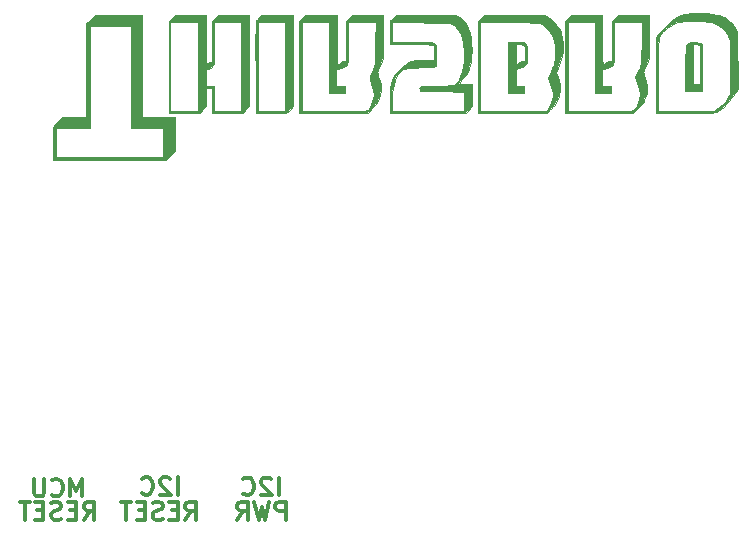
<source format=gbo>
G04 #@! TF.GenerationSoftware,KiCad,Pcbnew,(5.0.0-rc2-dev-340-g7483a73a5)*
G04 #@! TF.CreationDate,2018-06-13T08:56:42+02:00*
G04 #@! TF.ProjectId,AudiA6Main,4175646941364D61696E2E6B69636164,rev?*
G04 #@! TF.SameCoordinates,Original*
G04 #@! TF.FileFunction,Legend,Bot*
G04 #@! TF.FilePolarity,Positive*
%FSLAX46Y46*%
G04 Gerber Fmt 4.6, Leading zero omitted, Abs format (unit mm)*
G04 Created by KiCad (PCBNEW (5.0.0-rc2-dev-340-g7483a73a5)) date 06/13/18 08:56:42*
%MOMM*%
%LPD*%
G01*
G04 APERTURE LIST*
%ADD10C,0.300000*%
%ADD11C,0.010000*%
G04 APERTURE END LIST*
D10*
X77350000Y-171478571D02*
X77350000Y-169978571D01*
X76778571Y-169978571D01*
X76635714Y-170050000D01*
X76564285Y-170121428D01*
X76492857Y-170264285D01*
X76492857Y-170478571D01*
X76564285Y-170621428D01*
X76635714Y-170692857D01*
X76778571Y-170764285D01*
X77350000Y-170764285D01*
X75992857Y-169978571D02*
X75635714Y-171478571D01*
X75350000Y-170407142D01*
X75064285Y-171478571D01*
X74707142Y-169978571D01*
X73278571Y-171478571D02*
X73778571Y-170764285D01*
X74135714Y-171478571D02*
X74135714Y-169978571D01*
X73564285Y-169978571D01*
X73421428Y-170050000D01*
X73350000Y-170121428D01*
X73278571Y-170264285D01*
X73278571Y-170478571D01*
X73350000Y-170621428D01*
X73421428Y-170692857D01*
X73564285Y-170764285D01*
X74135714Y-170764285D01*
X76764285Y-169428571D02*
X76764285Y-167928571D01*
X76121428Y-168071428D02*
X76050000Y-168000000D01*
X75907142Y-167928571D01*
X75550000Y-167928571D01*
X75407142Y-168000000D01*
X75335714Y-168071428D01*
X75264285Y-168214285D01*
X75264285Y-168357142D01*
X75335714Y-168571428D01*
X76192857Y-169428571D01*
X75264285Y-169428571D01*
X73764285Y-169285714D02*
X73835714Y-169357142D01*
X74050000Y-169428571D01*
X74192857Y-169428571D01*
X74407142Y-169357142D01*
X74550000Y-169214285D01*
X74621428Y-169071428D01*
X74692857Y-168785714D01*
X74692857Y-168571428D01*
X74621428Y-168285714D01*
X74550000Y-168142857D01*
X74407142Y-168000000D01*
X74192857Y-167928571D01*
X74050000Y-167928571D01*
X73835714Y-168000000D01*
X73764285Y-168071428D01*
X68214285Y-169378571D02*
X68214285Y-167878571D01*
X67571428Y-168021428D02*
X67500000Y-167950000D01*
X67357142Y-167878571D01*
X67000000Y-167878571D01*
X66857142Y-167950000D01*
X66785714Y-168021428D01*
X66714285Y-168164285D01*
X66714285Y-168307142D01*
X66785714Y-168521428D01*
X67642857Y-169378571D01*
X66714285Y-169378571D01*
X65214285Y-169235714D02*
X65285714Y-169307142D01*
X65500000Y-169378571D01*
X65642857Y-169378571D01*
X65857142Y-169307142D01*
X66000000Y-169164285D01*
X66071428Y-169021428D01*
X66142857Y-168735714D01*
X66142857Y-168521428D01*
X66071428Y-168235714D01*
X66000000Y-168092857D01*
X65857142Y-167950000D01*
X65642857Y-167878571D01*
X65500000Y-167878571D01*
X65285714Y-167950000D01*
X65214285Y-168021428D01*
X68878571Y-171478571D02*
X69378571Y-170764285D01*
X69735714Y-171478571D02*
X69735714Y-169978571D01*
X69164285Y-169978571D01*
X69021428Y-170050000D01*
X68950000Y-170121428D01*
X68878571Y-170264285D01*
X68878571Y-170478571D01*
X68950000Y-170621428D01*
X69021428Y-170692857D01*
X69164285Y-170764285D01*
X69735714Y-170764285D01*
X68235714Y-170692857D02*
X67735714Y-170692857D01*
X67521428Y-171478571D02*
X68235714Y-171478571D01*
X68235714Y-169978571D01*
X67521428Y-169978571D01*
X66950000Y-171407142D02*
X66735714Y-171478571D01*
X66378571Y-171478571D01*
X66235714Y-171407142D01*
X66164285Y-171335714D01*
X66092857Y-171192857D01*
X66092857Y-171050000D01*
X66164285Y-170907142D01*
X66235714Y-170835714D01*
X66378571Y-170764285D01*
X66664285Y-170692857D01*
X66807142Y-170621428D01*
X66878571Y-170550000D01*
X66950000Y-170407142D01*
X66950000Y-170264285D01*
X66878571Y-170121428D01*
X66807142Y-170050000D01*
X66664285Y-169978571D01*
X66307142Y-169978571D01*
X66092857Y-170050000D01*
X65450000Y-170692857D02*
X64950000Y-170692857D01*
X64735714Y-171478571D02*
X65450000Y-171478571D01*
X65450000Y-169978571D01*
X64735714Y-169978571D01*
X64307142Y-169978571D02*
X63450000Y-169978571D01*
X63878571Y-171478571D02*
X63878571Y-169978571D01*
X60278571Y-171478571D02*
X60778571Y-170764285D01*
X61135714Y-171478571D02*
X61135714Y-169978571D01*
X60564285Y-169978571D01*
X60421428Y-170050000D01*
X60350000Y-170121428D01*
X60278571Y-170264285D01*
X60278571Y-170478571D01*
X60350000Y-170621428D01*
X60421428Y-170692857D01*
X60564285Y-170764285D01*
X61135714Y-170764285D01*
X59635714Y-170692857D02*
X59135714Y-170692857D01*
X58921428Y-171478571D02*
X59635714Y-171478571D01*
X59635714Y-169978571D01*
X58921428Y-169978571D01*
X58350000Y-171407142D02*
X58135714Y-171478571D01*
X57778571Y-171478571D01*
X57635714Y-171407142D01*
X57564285Y-171335714D01*
X57492857Y-171192857D01*
X57492857Y-171050000D01*
X57564285Y-170907142D01*
X57635714Y-170835714D01*
X57778571Y-170764285D01*
X58064285Y-170692857D01*
X58207142Y-170621428D01*
X58278571Y-170550000D01*
X58350000Y-170407142D01*
X58350000Y-170264285D01*
X58278571Y-170121428D01*
X58207142Y-170050000D01*
X58064285Y-169978571D01*
X57707142Y-169978571D01*
X57492857Y-170050000D01*
X56850000Y-170692857D02*
X56350000Y-170692857D01*
X56135714Y-171478571D02*
X56850000Y-171478571D01*
X56850000Y-169978571D01*
X56135714Y-169978571D01*
X55707142Y-169978571D02*
X54850000Y-169978571D01*
X55278571Y-171478571D02*
X55278571Y-169978571D01*
X60135714Y-169528571D02*
X60135714Y-168028571D01*
X59635714Y-169100000D01*
X59135714Y-168028571D01*
X59135714Y-169528571D01*
X57564285Y-169385714D02*
X57635714Y-169457142D01*
X57850000Y-169528571D01*
X57992857Y-169528571D01*
X58207142Y-169457142D01*
X58350000Y-169314285D01*
X58421428Y-169171428D01*
X58492857Y-168885714D01*
X58492857Y-168671428D01*
X58421428Y-168385714D01*
X58350000Y-168242857D01*
X58207142Y-168100000D01*
X57992857Y-168028571D01*
X57850000Y-168028571D01*
X57635714Y-168100000D01*
X57564285Y-168171428D01*
X56921428Y-168028571D02*
X56921428Y-169242857D01*
X56850000Y-169385714D01*
X56778571Y-169457142D01*
X56635714Y-169528571D01*
X56350000Y-169528571D01*
X56207142Y-169457142D01*
X56135714Y-169385714D01*
X56064285Y-169242857D01*
X56064285Y-168028571D01*
D11*
G36*
X97543164Y-134768554D02*
X97183496Y-134753979D01*
X96823828Y-134739403D01*
X96823828Y-133370954D01*
X97129856Y-133285871D01*
X97378255Y-133193417D01*
X97572309Y-133061237D01*
X97625950Y-133010722D01*
X97816015Y-132820657D01*
X97816015Y-132106523D01*
X97810546Y-131752025D01*
X97786196Y-131484379D01*
X97731047Y-131291462D01*
X97633185Y-131161151D01*
X97480694Y-131081324D01*
X97261658Y-131039859D01*
X96964160Y-131024632D01*
X96751007Y-131023046D01*
X96178906Y-131023046D01*
X96178906Y-131221484D01*
X96823828Y-131221484D01*
X97110446Y-131221484D01*
X97328666Y-131238084D01*
X97483493Y-131284399D01*
X97507321Y-131298711D01*
X97552654Y-131336204D01*
X97583511Y-131385738D01*
X97602662Y-131465303D01*
X97612876Y-131592890D01*
X97616921Y-131786488D01*
X97617578Y-132015007D01*
X97617578Y-132654076D01*
X97381933Y-132687617D01*
X97149920Y-132756123D01*
X96985058Y-132874021D01*
X96823828Y-133026885D01*
X96823828Y-131221484D01*
X96178906Y-131221484D01*
X96178906Y-135339062D01*
X97572920Y-135339062D01*
X97543164Y-134768554D01*
X97543164Y-134768554D01*
G37*
X97543164Y-134768554D02*
X97183496Y-134753979D01*
X96823828Y-134739403D01*
X96823828Y-133370954D01*
X97129856Y-133285871D01*
X97378255Y-133193417D01*
X97572309Y-133061237D01*
X97625950Y-133010722D01*
X97816015Y-132820657D01*
X97816015Y-132106523D01*
X97810546Y-131752025D01*
X97786196Y-131484379D01*
X97731047Y-131291462D01*
X97633185Y-131161151D01*
X97480694Y-131081324D01*
X97261658Y-131039859D01*
X96964160Y-131024632D01*
X96751007Y-131023046D01*
X96178906Y-131023046D01*
X96178906Y-131221484D01*
X96823828Y-131221484D01*
X97110446Y-131221484D01*
X97328666Y-131238084D01*
X97483493Y-131284399D01*
X97507321Y-131298711D01*
X97552654Y-131336204D01*
X97583511Y-131385738D01*
X97602662Y-131465303D01*
X97612876Y-131592890D01*
X97616921Y-131786488D01*
X97617578Y-132015007D01*
X97617578Y-132654076D01*
X97381933Y-132687617D01*
X97149920Y-132756123D01*
X96985058Y-132874021D01*
X96823828Y-133026885D01*
X96823828Y-131221484D01*
X96178906Y-131221484D01*
X96178906Y-135339062D01*
X97572920Y-135339062D01*
X97543164Y-134768554D01*
G36*
X112649219Y-133301816D02*
X112647989Y-132813595D01*
X112644429Y-132377995D01*
X112638728Y-132003066D01*
X112631078Y-131696854D01*
X112621670Y-131467408D01*
X112610696Y-131322775D01*
X112601056Y-131273798D01*
X112495927Y-131170574D01*
X112321075Y-131092488D01*
X112103844Y-131044107D01*
X111871574Y-131030000D01*
X111651608Y-131054735D01*
X111526970Y-131094331D01*
X111449749Y-131128494D01*
X111386234Y-131163677D01*
X111335089Y-131209280D01*
X111294972Y-131274704D01*
X111264547Y-131369348D01*
X111242474Y-131502613D01*
X111227415Y-131683897D01*
X111218031Y-131922602D01*
X111212982Y-132228127D01*
X111210931Y-132609872D01*
X111210539Y-133077237D01*
X111210547Y-133316116D01*
X111210547Y-134594921D01*
X111855469Y-134594921D01*
X111855469Y-131221484D01*
X112025872Y-131221484D01*
X112186110Y-131236107D01*
X112323528Y-131269866D01*
X112450781Y-131318247D01*
X112450781Y-134594921D01*
X111855469Y-134594921D01*
X111210547Y-134594921D01*
X111210547Y-135239843D01*
X112649219Y-135239843D01*
X112649219Y-133301816D01*
X112649219Y-133301816D01*
G37*
X112649219Y-133301816D02*
X112647989Y-132813595D01*
X112644429Y-132377995D01*
X112638728Y-132003066D01*
X112631078Y-131696854D01*
X112621670Y-131467408D01*
X112610696Y-131322775D01*
X112601056Y-131273798D01*
X112495927Y-131170574D01*
X112321075Y-131092488D01*
X112103844Y-131044107D01*
X111871574Y-131030000D01*
X111651608Y-131054735D01*
X111526970Y-131094331D01*
X111449749Y-131128494D01*
X111386234Y-131163677D01*
X111335089Y-131209280D01*
X111294972Y-131274704D01*
X111264547Y-131369348D01*
X111242474Y-131502613D01*
X111227415Y-131683897D01*
X111218031Y-131922602D01*
X111212982Y-132228127D01*
X111210931Y-132609872D01*
X111210539Y-133077237D01*
X111210547Y-133316116D01*
X111210547Y-134594921D01*
X111855469Y-134594921D01*
X111855469Y-131221484D01*
X112025872Y-131221484D01*
X112186110Y-131236107D01*
X112323528Y-131269866D01*
X112450781Y-131318247D01*
X112450781Y-134594921D01*
X111855469Y-134594921D01*
X111210547Y-134594921D01*
X111210547Y-135239843D01*
X112649219Y-135239843D01*
X112649219Y-133301816D01*
G36*
X103855957Y-137074713D02*
X104378237Y-137074084D01*
X104872869Y-137072519D01*
X105330577Y-137070110D01*
X105742085Y-137066954D01*
X106098114Y-137063145D01*
X106389390Y-137058777D01*
X106606635Y-137053946D01*
X106740573Y-137048745D01*
X106780118Y-137044852D01*
X106854906Y-136997517D01*
X106976693Y-136890697D01*
X107128252Y-136740535D01*
X107282897Y-136573805D01*
X107459072Y-136371669D01*
X107583030Y-136213298D01*
X107671598Y-136071207D01*
X107741608Y-135917909D01*
X107809889Y-135725920D01*
X107818990Y-135698294D01*
X107913299Y-135360773D01*
X107956154Y-135058899D01*
X107946931Y-134761991D01*
X107885007Y-134439369D01*
X107786737Y-134110767D01*
X107710753Y-133874247D01*
X107666383Y-133709490D01*
X107649922Y-133595540D01*
X107657665Y-133511439D01*
X107672688Y-133465845D01*
X107716303Y-133361068D01*
X107787086Y-133193374D01*
X107873085Y-132991026D01*
X107919034Y-132883398D01*
X108109961Y-132436914D01*
X108124089Y-130588964D01*
X108138217Y-128741015D01*
X105530273Y-128744633D01*
X105245019Y-129013523D01*
X104959765Y-129282412D01*
X104959765Y-132654076D01*
X104741060Y-132686873D01*
X104512915Y-132762543D01*
X104384513Y-132863546D01*
X104287995Y-132954701D01*
X104217543Y-133004361D01*
X104206343Y-133007421D01*
X104197850Y-132959501D01*
X104189965Y-132822490D01*
X104182880Y-132606519D01*
X104176786Y-132321715D01*
X104171875Y-131978207D01*
X104168338Y-131586123D01*
X104166367Y-131155593D01*
X104166015Y-130874218D01*
X104166015Y-128741015D01*
X102863769Y-128742085D01*
X101561523Y-128743156D01*
X101040625Y-129244146D01*
X101040625Y-136876953D01*
X101239062Y-136876953D01*
X101239062Y-129385937D01*
X103521094Y-129385937D01*
X103521094Y-135339062D01*
X104910156Y-135339062D01*
X104910156Y-134743750D01*
X104166015Y-134743750D01*
X104166015Y-133359183D01*
X104352051Y-133325366D01*
X104562650Y-133265535D01*
X104774854Y-133170017D01*
X104955980Y-133056306D01*
X105073342Y-132941897D01*
X105076067Y-132937830D01*
X105098305Y-132894534D01*
X105116193Y-132832772D01*
X105130188Y-132742253D01*
X105140753Y-132612682D01*
X105148345Y-132433768D01*
X105153426Y-132195218D01*
X105156455Y-131886740D01*
X105157891Y-131498040D01*
X105158203Y-131099206D01*
X105158203Y-129385937D01*
X107489844Y-129385937D01*
X107489844Y-131089694D01*
X107489719Y-131565508D01*
X107488153Y-131955118D01*
X107483361Y-132271539D01*
X107473557Y-132527786D01*
X107456955Y-132736873D01*
X107431768Y-132911814D01*
X107396211Y-133065625D01*
X107348497Y-133211320D01*
X107286841Y-133361914D01*
X107209457Y-133530420D01*
X107132795Y-133691549D01*
X106960451Y-134053215D01*
X107125919Y-134559713D01*
X107199669Y-134801006D01*
X107263412Y-135037939D01*
X107308311Y-135236221D01*
X107322550Y-135322560D01*
X107325146Y-135579680D01*
X107283001Y-135873194D01*
X107204777Y-136173752D01*
X107099136Y-136452003D01*
X106974741Y-136678596D01*
X106892473Y-136779792D01*
X106868742Y-136800613D01*
X106837294Y-136818227D01*
X106790204Y-136832902D01*
X106719548Y-136844907D01*
X106617404Y-136854509D01*
X106475847Y-136861975D01*
X106286953Y-136867574D01*
X106042799Y-136871573D01*
X105735462Y-136874241D01*
X105357017Y-136875844D01*
X104899541Y-136876650D01*
X104355110Y-136876928D01*
X104017187Y-136876953D01*
X101239062Y-136876953D01*
X101040625Y-136876953D01*
X101040625Y-137075390D01*
X103855957Y-137074713D01*
X103855957Y-137074713D01*
G37*
X103855957Y-137074713D02*
X104378237Y-137074084D01*
X104872869Y-137072519D01*
X105330577Y-137070110D01*
X105742085Y-137066954D01*
X106098114Y-137063145D01*
X106389390Y-137058777D01*
X106606635Y-137053946D01*
X106740573Y-137048745D01*
X106780118Y-137044852D01*
X106854906Y-136997517D01*
X106976693Y-136890697D01*
X107128252Y-136740535D01*
X107282897Y-136573805D01*
X107459072Y-136371669D01*
X107583030Y-136213298D01*
X107671598Y-136071207D01*
X107741608Y-135917909D01*
X107809889Y-135725920D01*
X107818990Y-135698294D01*
X107913299Y-135360773D01*
X107956154Y-135058899D01*
X107946931Y-134761991D01*
X107885007Y-134439369D01*
X107786737Y-134110767D01*
X107710753Y-133874247D01*
X107666383Y-133709490D01*
X107649922Y-133595540D01*
X107657665Y-133511439D01*
X107672688Y-133465845D01*
X107716303Y-133361068D01*
X107787086Y-133193374D01*
X107873085Y-132991026D01*
X107919034Y-132883398D01*
X108109961Y-132436914D01*
X108124089Y-130588964D01*
X108138217Y-128741015D01*
X105530273Y-128744633D01*
X105245019Y-129013523D01*
X104959765Y-129282412D01*
X104959765Y-132654076D01*
X104741060Y-132686873D01*
X104512915Y-132762543D01*
X104384513Y-132863546D01*
X104287995Y-132954701D01*
X104217543Y-133004361D01*
X104206343Y-133007421D01*
X104197850Y-132959501D01*
X104189965Y-132822490D01*
X104182880Y-132606519D01*
X104176786Y-132321715D01*
X104171875Y-131978207D01*
X104168338Y-131586123D01*
X104166367Y-131155593D01*
X104166015Y-130874218D01*
X104166015Y-128741015D01*
X102863769Y-128742085D01*
X101561523Y-128743156D01*
X101040625Y-129244146D01*
X101040625Y-136876953D01*
X101239062Y-136876953D01*
X101239062Y-129385937D01*
X103521094Y-129385937D01*
X103521094Y-135339062D01*
X104910156Y-135339062D01*
X104910156Y-134743750D01*
X104166015Y-134743750D01*
X104166015Y-133359183D01*
X104352051Y-133325366D01*
X104562650Y-133265535D01*
X104774854Y-133170017D01*
X104955980Y-133056306D01*
X105073342Y-132941897D01*
X105076067Y-132937830D01*
X105098305Y-132894534D01*
X105116193Y-132832772D01*
X105130188Y-132742253D01*
X105140753Y-132612682D01*
X105148345Y-132433768D01*
X105153426Y-132195218D01*
X105156455Y-131886740D01*
X105157891Y-131498040D01*
X105158203Y-131099206D01*
X105158203Y-129385937D01*
X107489844Y-129385937D01*
X107489844Y-131089694D01*
X107489719Y-131565508D01*
X107488153Y-131955118D01*
X107483361Y-132271539D01*
X107473557Y-132527786D01*
X107456955Y-132736873D01*
X107431768Y-132911814D01*
X107396211Y-133065625D01*
X107348497Y-133211320D01*
X107286841Y-133361914D01*
X107209457Y-133530420D01*
X107132795Y-133691549D01*
X106960451Y-134053215D01*
X107125919Y-134559713D01*
X107199669Y-134801006D01*
X107263412Y-135037939D01*
X107308311Y-135236221D01*
X107322550Y-135322560D01*
X107325146Y-135579680D01*
X107283001Y-135873194D01*
X107204777Y-136173752D01*
X107099136Y-136452003D01*
X106974741Y-136678596D01*
X106892473Y-136779792D01*
X106868742Y-136800613D01*
X106837294Y-136818227D01*
X106790204Y-136832902D01*
X106719548Y-136844907D01*
X106617404Y-136854509D01*
X106475847Y-136861975D01*
X106286953Y-136867574D01*
X106042799Y-136871573D01*
X105735462Y-136874241D01*
X105357017Y-136875844D01*
X104899541Y-136876650D01*
X104355110Y-136876928D01*
X104017187Y-136876953D01*
X101239062Y-136876953D01*
X101040625Y-136876953D01*
X101040625Y-137075390D01*
X103855957Y-137074713D01*
G36*
X98219774Y-137066006D02*
X98641720Y-137061770D01*
X98975022Y-137055341D01*
X99216710Y-137046753D01*
X99363814Y-137036045D01*
X99403515Y-137029210D01*
X99533089Y-136963724D01*
X99694145Y-136830107D01*
X99896133Y-136620393D01*
X99919850Y-136593917D01*
X100124473Y-136351424D01*
X100274034Y-136136098D01*
X100386119Y-135914579D01*
X100478314Y-135653506D01*
X100546768Y-135404728D01*
X100592479Y-135196235D01*
X100612507Y-135007161D01*
X100604359Y-134815052D01*
X100565545Y-134597458D01*
X100493570Y-134331923D01*
X100392620Y-134016041D01*
X100241378Y-133561184D01*
X100392583Y-133261648D01*
X100612852Y-132750799D01*
X100751419Y-132241825D01*
X100817051Y-131717578D01*
X100827780Y-131155126D01*
X100782592Y-130668842D01*
X100680541Y-130252296D01*
X100559683Y-129969427D01*
X100366617Y-129664233D01*
X100119809Y-129366144D01*
X99846606Y-129104624D01*
X99577148Y-128910766D01*
X99329101Y-128765820D01*
X96774219Y-128754136D01*
X94219336Y-128742453D01*
X93933779Y-129012714D01*
X93648222Y-129282976D01*
X93660927Y-133166781D01*
X93673064Y-136876953D01*
X93847265Y-136876953D01*
X93847265Y-129385937D01*
X96235162Y-129385937D01*
X96880579Y-129387009D01*
X97429246Y-129390261D01*
X97883608Y-129395746D01*
X98246112Y-129403518D01*
X98519202Y-129413630D01*
X98705324Y-129426135D01*
X98806925Y-129441087D01*
X98810804Y-129442187D01*
X99031488Y-129544800D01*
X99271357Y-129717599D01*
X99507542Y-129940904D01*
X99717174Y-130195035D01*
X99763210Y-130261768D01*
X99901446Y-130480298D01*
X100003634Y-130672943D01*
X100075107Y-130861574D01*
X100121201Y-131068063D01*
X100147250Y-131314280D01*
X100158588Y-131622097D01*
X100160634Y-131891211D01*
X100159698Y-132198874D01*
X100154481Y-132429927D01*
X100142487Y-132606962D01*
X100121218Y-132752571D01*
X100088177Y-132889346D01*
X100040867Y-133039881D01*
X100030168Y-133071583D01*
X99943882Y-133305912D01*
X99843003Y-133551145D01*
X99749120Y-133754846D01*
X99747655Y-133757754D01*
X99596444Y-134057303D01*
X99769464Y-134586561D01*
X99867999Y-134898402D01*
X99933748Y-135140678D01*
X99969419Y-135336480D01*
X99977719Y-135508897D01*
X99961355Y-135681018D01*
X99923035Y-135875932D01*
X99921466Y-135882852D01*
X99847425Y-136176458D01*
X99772395Y-136396714D01*
X99685872Y-136569032D01*
X99577354Y-136718824D01*
X99574575Y-136722136D01*
X99444305Y-136876953D01*
X93847265Y-136876953D01*
X93673064Y-136876953D01*
X93673633Y-137050586D01*
X96451758Y-137065188D01*
X97121824Y-137067751D01*
X97712152Y-137068011D01*
X98219774Y-137066006D01*
X98219774Y-137066006D01*
G37*
X98219774Y-137066006D02*
X98641720Y-137061770D01*
X98975022Y-137055341D01*
X99216710Y-137046753D01*
X99363814Y-137036045D01*
X99403515Y-137029210D01*
X99533089Y-136963724D01*
X99694145Y-136830107D01*
X99896133Y-136620393D01*
X99919850Y-136593917D01*
X100124473Y-136351424D01*
X100274034Y-136136098D01*
X100386119Y-135914579D01*
X100478314Y-135653506D01*
X100546768Y-135404728D01*
X100592479Y-135196235D01*
X100612507Y-135007161D01*
X100604359Y-134815052D01*
X100565545Y-134597458D01*
X100493570Y-134331923D01*
X100392620Y-134016041D01*
X100241378Y-133561184D01*
X100392583Y-133261648D01*
X100612852Y-132750799D01*
X100751419Y-132241825D01*
X100817051Y-131717578D01*
X100827780Y-131155126D01*
X100782592Y-130668842D01*
X100680541Y-130252296D01*
X100559683Y-129969427D01*
X100366617Y-129664233D01*
X100119809Y-129366144D01*
X99846606Y-129104624D01*
X99577148Y-128910766D01*
X99329101Y-128765820D01*
X96774219Y-128754136D01*
X94219336Y-128742453D01*
X93933779Y-129012714D01*
X93648222Y-129282976D01*
X93660927Y-133166781D01*
X93673064Y-136876953D01*
X93847265Y-136876953D01*
X93847265Y-129385937D01*
X96235162Y-129385937D01*
X96880579Y-129387009D01*
X97429246Y-129390261D01*
X97883608Y-129395746D01*
X98246112Y-129403518D01*
X98519202Y-129413630D01*
X98705324Y-129426135D01*
X98806925Y-129441087D01*
X98810804Y-129442187D01*
X99031488Y-129544800D01*
X99271357Y-129717599D01*
X99507542Y-129940904D01*
X99717174Y-130195035D01*
X99763210Y-130261768D01*
X99901446Y-130480298D01*
X100003634Y-130672943D01*
X100075107Y-130861574D01*
X100121201Y-131068063D01*
X100147250Y-131314280D01*
X100158588Y-131622097D01*
X100160634Y-131891211D01*
X100159698Y-132198874D01*
X100154481Y-132429927D01*
X100142487Y-132606962D01*
X100121218Y-132752571D01*
X100088177Y-132889346D01*
X100040867Y-133039881D01*
X100030168Y-133071583D01*
X99943882Y-133305912D01*
X99843003Y-133551145D01*
X99749120Y-133754846D01*
X99747655Y-133757754D01*
X99596444Y-134057303D01*
X99769464Y-134586561D01*
X99867999Y-134898402D01*
X99933748Y-135140678D01*
X99969419Y-135336480D01*
X99977719Y-135508897D01*
X99961355Y-135681018D01*
X99923035Y-135875932D01*
X99921466Y-135882852D01*
X99847425Y-136176458D01*
X99772395Y-136396714D01*
X99685872Y-136569032D01*
X99577354Y-136718824D01*
X99574575Y-136722136D01*
X99444305Y-136876953D01*
X93847265Y-136876953D01*
X93673064Y-136876953D01*
X93673633Y-137050586D01*
X96451758Y-137065188D01*
X97121824Y-137067751D01*
X97712152Y-137068011D01*
X98219774Y-137066006D01*
G36*
X93154918Y-136478641D02*
X93141424Y-135549183D01*
X93127929Y-134619726D01*
X92566628Y-134594921D01*
X92005327Y-134570117D01*
X92325032Y-134215414D01*
X92484199Y-134024816D01*
X92631626Y-133823912D01*
X92742777Y-133646940D01*
X92769367Y-133595297D01*
X92912808Y-133208316D01*
X93017091Y-132755839D01*
X93082319Y-132258846D01*
X93108593Y-131738317D01*
X93096015Y-131215232D01*
X93044685Y-130710572D01*
X92954705Y-130245317D01*
X92826177Y-129840447D01*
X92750412Y-129672915D01*
X92617400Y-129465173D01*
X92433696Y-129246223D01*
X92228642Y-129046864D01*
X92031580Y-128897898D01*
X91988135Y-128872745D01*
X91941159Y-128848817D01*
X91891394Y-128828692D01*
X91830171Y-128811984D01*
X91748819Y-128798307D01*
X91638669Y-128787277D01*
X91491052Y-128778507D01*
X91297299Y-128771612D01*
X91048740Y-128766206D01*
X90736705Y-128761904D01*
X90352526Y-128758321D01*
X89887533Y-128755070D01*
X89333057Y-128751765D01*
X89258367Y-128751337D01*
X86728257Y-128736854D01*
X86507120Y-128962177D01*
X86382206Y-129079657D01*
X86277158Y-129161173D01*
X86220870Y-129187500D01*
X86198329Y-129205948D01*
X86182096Y-129268579D01*
X86171611Y-129386316D01*
X86166312Y-129570086D01*
X86165635Y-129830815D01*
X86169019Y-130179427D01*
X86169187Y-130192089D01*
X86182617Y-131196679D01*
X87973402Y-131221484D01*
X88464926Y-131229020D01*
X88865820Y-131236961D01*
X89184675Y-131245732D01*
X89430081Y-131255761D01*
X89610626Y-131267473D01*
X89734902Y-131281294D01*
X89811497Y-131297650D01*
X89846156Y-131314375D01*
X89882291Y-131360635D01*
X89906320Y-131439907D01*
X89920467Y-131569904D01*
X89926952Y-131768333D01*
X89928125Y-131967834D01*
X89928125Y-132553207D01*
X88997949Y-132569474D01*
X88631279Y-132577528D01*
X88344347Y-132591628D01*
X88117677Y-132618352D01*
X87931788Y-132664280D01*
X87767202Y-132735991D01*
X87604442Y-132840062D01*
X87424029Y-132983074D01*
X87206484Y-133171604D01*
X87201087Y-133176353D01*
X86927222Y-133435940D01*
X86705245Y-133693387D01*
X86530225Y-133962697D01*
X86397234Y-134257873D01*
X86301341Y-134592917D01*
X86237617Y-134981833D01*
X86201132Y-135438624D01*
X86186956Y-135977292D01*
X86186478Y-136058398D01*
X86183293Y-136876953D01*
X86345727Y-136876953D01*
X86369268Y-135921972D01*
X86392084Y-135395183D01*
X86434626Y-134953273D01*
X86500448Y-134583231D01*
X86593106Y-134272044D01*
X86716154Y-134006701D01*
X86873148Y-133774189D01*
X86993902Y-133635737D01*
X87109685Y-133517976D01*
X87216142Y-133425535D01*
X87327262Y-133354984D01*
X87457030Y-133302892D01*
X87619434Y-133265828D01*
X87828461Y-133240363D01*
X88098098Y-133223066D01*
X88442332Y-133210505D01*
X88762304Y-133202021D01*
X89094725Y-133193472D01*
X89392119Y-133185220D01*
X89640800Y-133177694D01*
X89827082Y-133171324D01*
X89937276Y-133166539D01*
X89961788Y-133164391D01*
X90022273Y-133105319D01*
X90065791Y-133045483D01*
X90095133Y-132968242D01*
X90113090Y-132856959D01*
X90122453Y-132694994D01*
X90126013Y-132465707D01*
X90126562Y-132182062D01*
X90123736Y-131901240D01*
X90115923Y-131650669D01*
X90104122Y-131449185D01*
X90089331Y-131315623D01*
X90078400Y-131273798D01*
X90003903Y-131199777D01*
X89876172Y-131124008D01*
X89829349Y-131103426D01*
X89760629Y-131080900D01*
X89671868Y-131062899D01*
X89552112Y-131048944D01*
X89390404Y-131038555D01*
X89175789Y-131031253D01*
X88897312Y-131026558D01*
X88544016Y-131023992D01*
X88104946Y-131023075D01*
X87992355Y-131023046D01*
X86356250Y-131023046D01*
X86356250Y-129382387D01*
X88799511Y-129396564D01*
X89354926Y-129399886D01*
X89819974Y-129403118D01*
X90203510Y-129406669D01*
X90514384Y-129410950D01*
X90761450Y-129416368D01*
X90953558Y-129423333D01*
X91099561Y-129432253D01*
X91208312Y-129443538D01*
X91288662Y-129457597D01*
X91349464Y-129474838D01*
X91399569Y-129495670D01*
X91444595Y-129518770D01*
X91723529Y-129722164D01*
X91966997Y-130010204D01*
X92168723Y-130372710D01*
X92322430Y-130799499D01*
X92379689Y-131035628D01*
X92418016Y-131297454D01*
X92443076Y-131628547D01*
X92454770Y-131999836D01*
X92452995Y-132382247D01*
X92437651Y-132746706D01*
X92408637Y-133064142D01*
X92387234Y-133205859D01*
X92290929Y-133609460D01*
X92159608Y-133969288D01*
X92000443Y-134272205D01*
X91820607Y-134505069D01*
X91627276Y-134654742D01*
X91585457Y-134674447D01*
X91507068Y-134697117D01*
X91386360Y-134714648D01*
X91212588Y-134727554D01*
X90975004Y-134736348D01*
X90662862Y-134741540D01*
X90265416Y-134743644D01*
X90131699Y-134743750D01*
X89712668Y-134744381D01*
X89382549Y-134747790D01*
X89131041Y-134756249D01*
X88947837Y-134772031D01*
X88822635Y-134797408D01*
X88745130Y-134834653D01*
X88705017Y-134886038D01*
X88691994Y-134953836D01*
X88695756Y-135040319D01*
X88697614Y-135060031D01*
X88712695Y-135215039D01*
X90585449Y-135228038D01*
X92458203Y-135241036D01*
X92458203Y-136876953D01*
X86345727Y-136876953D01*
X86183293Y-136876953D01*
X86182617Y-137050586D01*
X89407226Y-137058833D01*
X92631836Y-137067081D01*
X93154918Y-136478641D01*
X93154918Y-136478641D01*
G37*
X93154918Y-136478641D02*
X93141424Y-135549183D01*
X93127929Y-134619726D01*
X92566628Y-134594921D01*
X92005327Y-134570117D01*
X92325032Y-134215414D01*
X92484199Y-134024816D01*
X92631626Y-133823912D01*
X92742777Y-133646940D01*
X92769367Y-133595297D01*
X92912808Y-133208316D01*
X93017091Y-132755839D01*
X93082319Y-132258846D01*
X93108593Y-131738317D01*
X93096015Y-131215232D01*
X93044685Y-130710572D01*
X92954705Y-130245317D01*
X92826177Y-129840447D01*
X92750412Y-129672915D01*
X92617400Y-129465173D01*
X92433696Y-129246223D01*
X92228642Y-129046864D01*
X92031580Y-128897898D01*
X91988135Y-128872745D01*
X91941159Y-128848817D01*
X91891394Y-128828692D01*
X91830171Y-128811984D01*
X91748819Y-128798307D01*
X91638669Y-128787277D01*
X91491052Y-128778507D01*
X91297299Y-128771612D01*
X91048740Y-128766206D01*
X90736705Y-128761904D01*
X90352526Y-128758321D01*
X89887533Y-128755070D01*
X89333057Y-128751765D01*
X89258367Y-128751337D01*
X86728257Y-128736854D01*
X86507120Y-128962177D01*
X86382206Y-129079657D01*
X86277158Y-129161173D01*
X86220870Y-129187500D01*
X86198329Y-129205948D01*
X86182096Y-129268579D01*
X86171611Y-129386316D01*
X86166312Y-129570086D01*
X86165635Y-129830815D01*
X86169019Y-130179427D01*
X86169187Y-130192089D01*
X86182617Y-131196679D01*
X87973402Y-131221484D01*
X88464926Y-131229020D01*
X88865820Y-131236961D01*
X89184675Y-131245732D01*
X89430081Y-131255761D01*
X89610626Y-131267473D01*
X89734902Y-131281294D01*
X89811497Y-131297650D01*
X89846156Y-131314375D01*
X89882291Y-131360635D01*
X89906320Y-131439907D01*
X89920467Y-131569904D01*
X89926952Y-131768333D01*
X89928125Y-131967834D01*
X89928125Y-132553207D01*
X88997949Y-132569474D01*
X88631279Y-132577528D01*
X88344347Y-132591628D01*
X88117677Y-132618352D01*
X87931788Y-132664280D01*
X87767202Y-132735991D01*
X87604442Y-132840062D01*
X87424029Y-132983074D01*
X87206484Y-133171604D01*
X87201087Y-133176353D01*
X86927222Y-133435940D01*
X86705245Y-133693387D01*
X86530225Y-133962697D01*
X86397234Y-134257873D01*
X86301341Y-134592917D01*
X86237617Y-134981833D01*
X86201132Y-135438624D01*
X86186956Y-135977292D01*
X86186478Y-136058398D01*
X86183293Y-136876953D01*
X86345727Y-136876953D01*
X86369268Y-135921972D01*
X86392084Y-135395183D01*
X86434626Y-134953273D01*
X86500448Y-134583231D01*
X86593106Y-134272044D01*
X86716154Y-134006701D01*
X86873148Y-133774189D01*
X86993902Y-133635737D01*
X87109685Y-133517976D01*
X87216142Y-133425535D01*
X87327262Y-133354984D01*
X87457030Y-133302892D01*
X87619434Y-133265828D01*
X87828461Y-133240363D01*
X88098098Y-133223066D01*
X88442332Y-133210505D01*
X88762304Y-133202021D01*
X89094725Y-133193472D01*
X89392119Y-133185220D01*
X89640800Y-133177694D01*
X89827082Y-133171324D01*
X89937276Y-133166539D01*
X89961788Y-133164391D01*
X90022273Y-133105319D01*
X90065791Y-133045483D01*
X90095133Y-132968242D01*
X90113090Y-132856959D01*
X90122453Y-132694994D01*
X90126013Y-132465707D01*
X90126562Y-132182062D01*
X90123736Y-131901240D01*
X90115923Y-131650669D01*
X90104122Y-131449185D01*
X90089331Y-131315623D01*
X90078400Y-131273798D01*
X90003903Y-131199777D01*
X89876172Y-131124008D01*
X89829349Y-131103426D01*
X89760629Y-131080900D01*
X89671868Y-131062899D01*
X89552112Y-131048944D01*
X89390404Y-131038555D01*
X89175789Y-131031253D01*
X88897312Y-131026558D01*
X88544016Y-131023992D01*
X88104946Y-131023075D01*
X87992355Y-131023046D01*
X86356250Y-131023046D01*
X86356250Y-129382387D01*
X88799511Y-129396564D01*
X89354926Y-129399886D01*
X89819974Y-129403118D01*
X90203510Y-129406669D01*
X90514384Y-129410950D01*
X90761450Y-129416368D01*
X90953558Y-129423333D01*
X91099561Y-129432253D01*
X91208312Y-129443538D01*
X91288662Y-129457597D01*
X91349464Y-129474838D01*
X91399569Y-129495670D01*
X91444595Y-129518770D01*
X91723529Y-129722164D01*
X91966997Y-130010204D01*
X92168723Y-130372710D01*
X92322430Y-130799499D01*
X92379689Y-131035628D01*
X92418016Y-131297454D01*
X92443076Y-131628547D01*
X92454770Y-131999836D01*
X92452995Y-132382247D01*
X92437651Y-132746706D01*
X92408637Y-133064142D01*
X92387234Y-133205859D01*
X92290929Y-133609460D01*
X92159608Y-133969288D01*
X92000443Y-134272205D01*
X91820607Y-134505069D01*
X91627276Y-134654742D01*
X91585457Y-134674447D01*
X91507068Y-134697117D01*
X91386360Y-134714648D01*
X91212588Y-134727554D01*
X90975004Y-134736348D01*
X90662862Y-134741540D01*
X90265416Y-134743644D01*
X90131699Y-134743750D01*
X89712668Y-134744381D01*
X89382549Y-134747790D01*
X89131041Y-134756249D01*
X88947837Y-134772031D01*
X88822635Y-134797408D01*
X88745130Y-134834653D01*
X88705017Y-134886038D01*
X88691994Y-134953836D01*
X88695756Y-135040319D01*
X88697614Y-135060031D01*
X88712695Y-135215039D01*
X90585449Y-135228038D01*
X92458203Y-135241036D01*
X92458203Y-136876953D01*
X86345727Y-136876953D01*
X86183293Y-136876953D01*
X86182617Y-137050586D01*
X89407226Y-137058833D01*
X92631836Y-137067081D01*
X93154918Y-136478641D01*
G36*
X81422063Y-137064149D02*
X84326158Y-137050586D01*
X84698691Y-136653711D01*
X84958604Y-136351740D01*
X85149368Y-136064937D01*
X85289174Y-135761400D01*
X85386472Y-135447523D01*
X85435179Y-135230341D01*
X85456378Y-135038083D01*
X85447916Y-134844857D01*
X85407637Y-134624769D01*
X85333389Y-134351929D01*
X85281248Y-134182533D01*
X85202898Y-133926572D01*
X85154360Y-133745224D01*
X85132250Y-133619598D01*
X85133184Y-133530806D01*
X85152406Y-133463197D01*
X85196047Y-133359574D01*
X85266588Y-133192773D01*
X85352122Y-132990932D01*
X85397753Y-132883398D01*
X85587304Y-132436914D01*
X85601432Y-130588964D01*
X85615560Y-128741015D01*
X84311589Y-128742085D01*
X83007617Y-128743156D01*
X82747816Y-128993033D01*
X82488014Y-129242910D01*
X82474964Y-130938794D01*
X82461914Y-132634677D01*
X82229270Y-132684624D01*
X82011041Y-132764708D01*
X81844798Y-132880277D01*
X81692969Y-133025984D01*
X81692969Y-128741015D01*
X80365918Y-128742085D01*
X79038867Y-128743156D01*
X78517969Y-129244146D01*
X78517969Y-136876953D01*
X78716406Y-136876953D01*
X78716406Y-129385937D01*
X80998437Y-129385937D01*
X80998437Y-135339062D01*
X82387500Y-135339062D01*
X82387500Y-134743750D01*
X81643359Y-134743750D01*
X81643359Y-133365729D01*
X81826654Y-133331343D01*
X82021054Y-133275173D01*
X82226526Y-133184976D01*
X82409930Y-133078143D01*
X82538129Y-132972066D01*
X82557679Y-132947688D01*
X82578795Y-132906405D01*
X82595802Y-132842441D01*
X82609125Y-132745777D01*
X82619189Y-132606393D01*
X82626419Y-132414269D01*
X82631240Y-132159387D01*
X82634076Y-131831727D01*
X82635352Y-131421270D01*
X82635547Y-131111227D01*
X82635547Y-129385937D01*
X84970762Y-129385937D01*
X84956573Y-131159472D01*
X84942383Y-132933007D01*
X84752831Y-133379492D01*
X84664191Y-133588479D01*
X84584425Y-133776900D01*
X84525458Y-133916571D01*
X84507231Y-133959963D01*
X84485856Y-134036296D01*
X84487162Y-134129287D01*
X84514921Y-134260513D01*
X84572908Y-134451548D01*
X84615717Y-134580080D01*
X84690109Y-134820109D01*
X84752758Y-135059465D01*
X84794524Y-135261476D01*
X84804906Y-135339062D01*
X84803588Y-135570935D01*
X84766771Y-135834275D01*
X84701717Y-136106566D01*
X84615685Y-136365289D01*
X84515936Y-136587930D01*
X84409731Y-136751971D01*
X84325594Y-136825562D01*
X84250919Y-136838241D01*
X84078438Y-136849173D01*
X83809551Y-136858333D01*
X83445655Y-136865696D01*
X82988150Y-136871237D01*
X82438433Y-136874930D01*
X81797903Y-136876751D01*
X81472988Y-136876953D01*
X78716406Y-136876953D01*
X78517969Y-136876953D01*
X78517969Y-137077713D01*
X81422063Y-137064149D01*
X81422063Y-137064149D01*
G37*
X81422063Y-137064149D02*
X84326158Y-137050586D01*
X84698691Y-136653711D01*
X84958604Y-136351740D01*
X85149368Y-136064937D01*
X85289174Y-135761400D01*
X85386472Y-135447523D01*
X85435179Y-135230341D01*
X85456378Y-135038083D01*
X85447916Y-134844857D01*
X85407637Y-134624769D01*
X85333389Y-134351929D01*
X85281248Y-134182533D01*
X85202898Y-133926572D01*
X85154360Y-133745224D01*
X85132250Y-133619598D01*
X85133184Y-133530806D01*
X85152406Y-133463197D01*
X85196047Y-133359574D01*
X85266588Y-133192773D01*
X85352122Y-132990932D01*
X85397753Y-132883398D01*
X85587304Y-132436914D01*
X85601432Y-130588964D01*
X85615560Y-128741015D01*
X84311589Y-128742085D01*
X83007617Y-128743156D01*
X82747816Y-128993033D01*
X82488014Y-129242910D01*
X82474964Y-130938794D01*
X82461914Y-132634677D01*
X82229270Y-132684624D01*
X82011041Y-132764708D01*
X81844798Y-132880277D01*
X81692969Y-133025984D01*
X81692969Y-128741015D01*
X80365918Y-128742085D01*
X79038867Y-128743156D01*
X78517969Y-129244146D01*
X78517969Y-136876953D01*
X78716406Y-136876953D01*
X78716406Y-129385937D01*
X80998437Y-129385937D01*
X80998437Y-135339062D01*
X82387500Y-135339062D01*
X82387500Y-134743750D01*
X81643359Y-134743750D01*
X81643359Y-133365729D01*
X81826654Y-133331343D01*
X82021054Y-133275173D01*
X82226526Y-133184976D01*
X82409930Y-133078143D01*
X82538129Y-132972066D01*
X82557679Y-132947688D01*
X82578795Y-132906405D01*
X82595802Y-132842441D01*
X82609125Y-132745777D01*
X82619189Y-132606393D01*
X82626419Y-132414269D01*
X82631240Y-132159387D01*
X82634076Y-131831727D01*
X82635352Y-131421270D01*
X82635547Y-131111227D01*
X82635547Y-129385937D01*
X84970762Y-129385937D01*
X84956573Y-131159472D01*
X84942383Y-132933007D01*
X84752831Y-133379492D01*
X84664191Y-133588479D01*
X84584425Y-133776900D01*
X84525458Y-133916571D01*
X84507231Y-133959963D01*
X84485856Y-134036296D01*
X84487162Y-134129287D01*
X84514921Y-134260513D01*
X84572908Y-134451548D01*
X84615717Y-134580080D01*
X84690109Y-134820109D01*
X84752758Y-135059465D01*
X84794524Y-135261476D01*
X84804906Y-135339062D01*
X84803588Y-135570935D01*
X84766771Y-135834275D01*
X84701717Y-136106566D01*
X84615685Y-136365289D01*
X84515936Y-136587930D01*
X84409731Y-136751971D01*
X84325594Y-136825562D01*
X84250919Y-136838241D01*
X84078438Y-136849173D01*
X83809551Y-136858333D01*
X83445655Y-136865696D01*
X82988150Y-136871237D01*
X82438433Y-136874930D01*
X81797903Y-136876751D01*
X81472988Y-136876953D01*
X78716406Y-136876953D01*
X78517969Y-136876953D01*
X78517969Y-137077713D01*
X81422063Y-137064149D01*
G36*
X77698989Y-136790963D02*
X77968648Y-136504882D01*
X77970456Y-132622949D01*
X77972265Y-128741015D01*
X75363627Y-128741015D01*
X75144531Y-128964257D01*
X75020245Y-129081123D01*
X74915969Y-129161934D01*
X74861052Y-129187500D01*
X74849027Y-129203282D01*
X74838649Y-129254431D01*
X74829841Y-129346647D01*
X74822529Y-129485634D01*
X74816637Y-129677092D01*
X74812091Y-129926725D01*
X74808817Y-130240233D01*
X74806738Y-130623319D01*
X74805780Y-131081684D01*
X74805868Y-131621032D01*
X74806927Y-132247063D01*
X74808883Y-132965479D01*
X74809369Y-133119043D01*
X74821509Y-136876953D01*
X74995703Y-136876953D01*
X74995703Y-129385937D01*
X77327344Y-129385937D01*
X77327344Y-136876953D01*
X74995703Y-136876953D01*
X74821509Y-136876953D01*
X74822070Y-137050586D01*
X76125700Y-137063814D01*
X77429330Y-137077043D01*
X77698989Y-136790963D01*
X77698989Y-136790963D01*
G37*
X77698989Y-136790963D02*
X77968648Y-136504882D01*
X77970456Y-132622949D01*
X77972265Y-128741015D01*
X75363627Y-128741015D01*
X75144531Y-128964257D01*
X75020245Y-129081123D01*
X74915969Y-129161934D01*
X74861052Y-129187500D01*
X74849027Y-129203282D01*
X74838649Y-129254431D01*
X74829841Y-129346647D01*
X74822529Y-129485634D01*
X74816637Y-129677092D01*
X74812091Y-129926725D01*
X74808817Y-130240233D01*
X74806738Y-130623319D01*
X74805780Y-131081684D01*
X74805868Y-131621032D01*
X74806927Y-132247063D01*
X74808883Y-132965479D01*
X74809369Y-133119043D01*
X74821509Y-136876953D01*
X74995703Y-136876953D01*
X74995703Y-129385937D01*
X77327344Y-129385937D01*
X77327344Y-136876953D01*
X74995703Y-136876953D01*
X74821509Y-136876953D01*
X74822070Y-137050586D01*
X76125700Y-137063814D01*
X77429330Y-137077043D01*
X77698989Y-136790963D01*
G36*
X69209056Y-137074475D02*
X69533677Y-137071432D01*
X69777695Y-137065816D01*
X69950411Y-137057182D01*
X70061126Y-137045086D01*
X70119140Y-137029083D01*
X70133984Y-137011305D01*
X70167236Y-136945125D01*
X70253791Y-136836980D01*
X70357226Y-136728125D01*
X70580469Y-136509029D01*
X70580469Y-134942187D01*
X71126172Y-134942187D01*
X71126172Y-137075390D01*
X72465625Y-137075390D01*
X72880150Y-137074475D01*
X73204771Y-137071432D01*
X73448789Y-137065816D01*
X73621505Y-137057182D01*
X73732220Y-137045086D01*
X73790234Y-137029083D01*
X73805078Y-137011305D01*
X73838330Y-136945125D01*
X73924884Y-136836980D01*
X74028320Y-136728125D01*
X74251562Y-136509029D01*
X74251562Y-128741015D01*
X72949316Y-128742085D01*
X71647070Y-128743156D01*
X71126172Y-129244146D01*
X71126172Y-132709765D01*
X71016912Y-132709765D01*
X70915883Y-132743002D01*
X70790992Y-132826585D01*
X70744061Y-132868325D01*
X70580469Y-133026885D01*
X70580469Y-128741015D01*
X69278222Y-128742085D01*
X67975976Y-128743156D01*
X67455078Y-129244146D01*
X67455078Y-136876953D01*
X67603906Y-136876953D01*
X67603906Y-129385937D01*
X69935547Y-129385937D01*
X69935547Y-134739403D01*
X70580469Y-134739403D01*
X70580469Y-133366466D01*
X70793263Y-133312884D01*
X71029508Y-133208373D01*
X71197179Y-133033388D01*
X71276184Y-132854462D01*
X71288187Y-132763458D01*
X71299033Y-132585737D01*
X71308390Y-132333799D01*
X71315925Y-132020142D01*
X71321306Y-131657266D01*
X71324198Y-131257668D01*
X71324609Y-131035776D01*
X71324609Y-129385937D01*
X73606640Y-129385937D01*
X73606640Y-136876953D01*
X71326582Y-136876953D01*
X71313193Y-135822754D01*
X71299804Y-134768554D01*
X70940136Y-134753979D01*
X70580469Y-134739403D01*
X69935547Y-134739403D01*
X69935547Y-136876953D01*
X67603906Y-136876953D01*
X67455078Y-136876953D01*
X67455078Y-137075390D01*
X68794531Y-137075390D01*
X69209056Y-137074475D01*
X69209056Y-137074475D01*
G37*
X69209056Y-137074475D02*
X69533677Y-137071432D01*
X69777695Y-137065816D01*
X69950411Y-137057182D01*
X70061126Y-137045086D01*
X70119140Y-137029083D01*
X70133984Y-137011305D01*
X70167236Y-136945125D01*
X70253791Y-136836980D01*
X70357226Y-136728125D01*
X70580469Y-136509029D01*
X70580469Y-134942187D01*
X71126172Y-134942187D01*
X71126172Y-137075390D01*
X72465625Y-137075390D01*
X72880150Y-137074475D01*
X73204771Y-137071432D01*
X73448789Y-137065816D01*
X73621505Y-137057182D01*
X73732220Y-137045086D01*
X73790234Y-137029083D01*
X73805078Y-137011305D01*
X73838330Y-136945125D01*
X73924884Y-136836980D01*
X74028320Y-136728125D01*
X74251562Y-136509029D01*
X74251562Y-128741015D01*
X72949316Y-128742085D01*
X71647070Y-128743156D01*
X71126172Y-129244146D01*
X71126172Y-132709765D01*
X71016912Y-132709765D01*
X70915883Y-132743002D01*
X70790992Y-132826585D01*
X70744061Y-132868325D01*
X70580469Y-133026885D01*
X70580469Y-128741015D01*
X69278222Y-128742085D01*
X67975976Y-128743156D01*
X67455078Y-129244146D01*
X67455078Y-136876953D01*
X67603906Y-136876953D01*
X67603906Y-129385937D01*
X69935547Y-129385937D01*
X69935547Y-134739403D01*
X70580469Y-134739403D01*
X70580469Y-133366466D01*
X70793263Y-133312884D01*
X71029508Y-133208373D01*
X71197179Y-133033388D01*
X71276184Y-132854462D01*
X71288187Y-132763458D01*
X71299033Y-132585737D01*
X71308390Y-132333799D01*
X71315925Y-132020142D01*
X71321306Y-131657266D01*
X71324198Y-131257668D01*
X71324609Y-131035776D01*
X71324609Y-129385937D01*
X73606640Y-129385937D01*
X73606640Y-136876953D01*
X71326582Y-136876953D01*
X71313193Y-135822754D01*
X71299804Y-134768554D01*
X70940136Y-134753979D01*
X70580469Y-134739403D01*
X69935547Y-134739403D01*
X69935547Y-136876953D01*
X67603906Y-136876953D01*
X67455078Y-136876953D01*
X67455078Y-137075390D01*
X68794531Y-137075390D01*
X69209056Y-137074475D01*
G36*
X63317562Y-141043920D02*
X64046835Y-141043216D01*
X64687026Y-141041961D01*
X65243205Y-141040087D01*
X65720440Y-141037529D01*
X66123798Y-141034219D01*
X66458349Y-141030090D01*
X66729161Y-141025076D01*
X66941302Y-141019110D01*
X67099840Y-141012125D01*
X67209845Y-141004054D01*
X67276384Y-140994831D01*
X67304525Y-140984388D01*
X67306250Y-140980695D01*
X67339578Y-140919657D01*
X67428820Y-140809520D01*
X67557864Y-140669426D01*
X67628711Y-140597656D01*
X67951172Y-140278061D01*
X67951172Y-137422656D01*
X65173047Y-137422656D01*
X65173047Y-128741015D01*
X61275605Y-128741015D01*
X60979501Y-129043033D01*
X60829477Y-129188051D01*
X60692004Y-129306992D01*
X60591039Y-129379528D01*
X60571777Y-129389071D01*
X60460156Y-129433091D01*
X60460156Y-137422656D01*
X58448110Y-137422656D01*
X58128515Y-137745117D01*
X57980877Y-137887463D01*
X57854072Y-137997689D01*
X57767239Y-138059684D01*
X57745476Y-138067578D01*
X57726716Y-138087023D01*
X57711812Y-138151193D01*
X57700391Y-138268844D01*
X57695938Y-138365234D01*
X57928314Y-138365234D01*
X60757812Y-138365234D01*
X60757812Y-129683593D01*
X64230469Y-129683593D01*
X64230469Y-138365234D01*
X67008594Y-138365234D01*
X67008594Y-140796615D01*
X62481738Y-140783952D01*
X57954883Y-140771289D01*
X57941598Y-139568261D01*
X57928314Y-138365234D01*
X57695938Y-138365234D01*
X57692079Y-138448730D01*
X57686504Y-138699605D01*
X57683292Y-139030224D01*
X57682070Y-139449341D01*
X57682031Y-139555859D01*
X57682031Y-141044140D01*
X62494140Y-141044140D01*
X63317562Y-141043920D01*
X63317562Y-141043920D01*
G37*
X63317562Y-141043920D02*
X64046835Y-141043216D01*
X64687026Y-141041961D01*
X65243205Y-141040087D01*
X65720440Y-141037529D01*
X66123798Y-141034219D01*
X66458349Y-141030090D01*
X66729161Y-141025076D01*
X66941302Y-141019110D01*
X67099840Y-141012125D01*
X67209845Y-141004054D01*
X67276384Y-140994831D01*
X67304525Y-140984388D01*
X67306250Y-140980695D01*
X67339578Y-140919657D01*
X67428820Y-140809520D01*
X67557864Y-140669426D01*
X67628711Y-140597656D01*
X67951172Y-140278061D01*
X67951172Y-137422656D01*
X65173047Y-137422656D01*
X65173047Y-128741015D01*
X61275605Y-128741015D01*
X60979501Y-129043033D01*
X60829477Y-129188051D01*
X60692004Y-129306992D01*
X60591039Y-129379528D01*
X60571777Y-129389071D01*
X60460156Y-129433091D01*
X60460156Y-137422656D01*
X58448110Y-137422656D01*
X58128515Y-137745117D01*
X57980877Y-137887463D01*
X57854072Y-137997689D01*
X57767239Y-138059684D01*
X57745476Y-138067578D01*
X57726716Y-138087023D01*
X57711812Y-138151193D01*
X57700391Y-138268844D01*
X57695938Y-138365234D01*
X57928314Y-138365234D01*
X60757812Y-138365234D01*
X60757812Y-129683593D01*
X64230469Y-129683593D01*
X64230469Y-138365234D01*
X67008594Y-138365234D01*
X67008594Y-140796615D01*
X62481738Y-140783952D01*
X57954883Y-140771289D01*
X57941598Y-139568261D01*
X57928314Y-138365234D01*
X57695938Y-138365234D01*
X57692079Y-138448730D01*
X57686504Y-138699605D01*
X57683292Y-139030224D01*
X57682070Y-139449341D01*
X57682031Y-139555859D01*
X57682031Y-141044140D01*
X62494140Y-141044140D01*
X63317562Y-141043920D01*
G36*
X111147122Y-137065159D02*
X111706399Y-137061735D01*
X112175337Y-137058368D01*
X112562813Y-137054666D01*
X112877706Y-137050233D01*
X113128895Y-137044676D01*
X113325256Y-137037600D01*
X113475669Y-137028611D01*
X113589011Y-137017315D01*
X113674161Y-137003318D01*
X113739997Y-136986226D01*
X113795397Y-136965645D01*
X113839844Y-136945616D01*
X114022361Y-136845411D01*
X114209174Y-136721584D01*
X114261523Y-136681683D01*
X114443637Y-136520036D01*
X114652970Y-136309274D01*
X114872050Y-136069709D01*
X115083408Y-135821650D01*
X115269574Y-135585407D01*
X115413076Y-135381290D01*
X115480954Y-135264040D01*
X115628624Y-134964079D01*
X115600976Y-130254101D01*
X115452148Y-129956445D01*
X115309579Y-129726530D01*
X115112053Y-129481110D01*
X114884315Y-129245616D01*
X114651113Y-129045477D01*
X114437189Y-128906122D01*
X114423357Y-128899194D01*
X114166972Y-128803089D01*
X113830878Y-128722234D01*
X113433790Y-128659359D01*
X112994426Y-128617193D01*
X112531500Y-128598465D01*
X112357965Y-128598022D01*
X112077116Y-128602887D01*
X111811120Y-128612175D01*
X111585690Y-128624670D01*
X111426537Y-128639158D01*
X111397246Y-128643424D01*
X111079117Y-128710763D01*
X110793662Y-128805193D01*
X110518823Y-128938000D01*
X110232539Y-129120474D01*
X109912753Y-129363903D01*
X109786068Y-129467893D01*
X109450621Y-129760931D01*
X109189328Y-130021725D01*
X108988897Y-130264914D01*
X108836036Y-130505135D01*
X108823970Y-130527461D01*
X108705273Y-130750195D01*
X108691458Y-133914964D01*
X108678512Y-136880574D01*
X108875998Y-136880574D01*
X108889854Y-133815384D01*
X108892513Y-133178034D01*
X108894829Y-132631939D01*
X108897607Y-132169144D01*
X108901657Y-131781692D01*
X108907784Y-131461629D01*
X108916796Y-131200996D01*
X108929500Y-130991839D01*
X108946702Y-130826202D01*
X108969210Y-130696127D01*
X108997830Y-130593659D01*
X109033370Y-130510842D01*
X109076636Y-130439720D01*
X109128437Y-130372337D01*
X109189577Y-130300735D01*
X109254010Y-130225210D01*
X109610243Y-129874430D01*
X110030705Y-129596086D01*
X110506799Y-129395235D01*
X110797556Y-129317835D01*
X111092514Y-129273459D01*
X111457826Y-129247773D01*
X111866451Y-129240547D01*
X112291343Y-129251552D01*
X112705461Y-129280557D01*
X113081761Y-129327332D01*
X113144509Y-129337816D01*
X113438793Y-129395031D01*
X113661169Y-129453562D01*
X113838693Y-129521813D01*
X113981236Y-129597752D01*
X114288322Y-129829953D01*
X114569300Y-130133814D01*
X114799435Y-130481785D01*
X114833702Y-130547279D01*
X114980859Y-130840456D01*
X114980781Y-135413476D01*
X114839300Y-135711132D01*
X114615280Y-136077911D01*
X114317963Y-136406880D01*
X113972778Y-136670099D01*
X113958916Y-136678515D01*
X113670220Y-136852148D01*
X108875998Y-136880574D01*
X108678512Y-136880574D01*
X108677642Y-137079732D01*
X111147122Y-137065159D01*
X111147122Y-137065159D01*
G37*
X111147122Y-137065159D02*
X111706399Y-137061735D01*
X112175337Y-137058368D01*
X112562813Y-137054666D01*
X112877706Y-137050233D01*
X113128895Y-137044676D01*
X113325256Y-137037600D01*
X113475669Y-137028611D01*
X113589011Y-137017315D01*
X113674161Y-137003318D01*
X113739997Y-136986226D01*
X113795397Y-136965645D01*
X113839844Y-136945616D01*
X114022361Y-136845411D01*
X114209174Y-136721584D01*
X114261523Y-136681683D01*
X114443637Y-136520036D01*
X114652970Y-136309274D01*
X114872050Y-136069709D01*
X115083408Y-135821650D01*
X115269574Y-135585407D01*
X115413076Y-135381290D01*
X115480954Y-135264040D01*
X115628624Y-134964079D01*
X115600976Y-130254101D01*
X115452148Y-129956445D01*
X115309579Y-129726530D01*
X115112053Y-129481110D01*
X114884315Y-129245616D01*
X114651113Y-129045477D01*
X114437189Y-128906122D01*
X114423357Y-128899194D01*
X114166972Y-128803089D01*
X113830878Y-128722234D01*
X113433790Y-128659359D01*
X112994426Y-128617193D01*
X112531500Y-128598465D01*
X112357965Y-128598022D01*
X112077116Y-128602887D01*
X111811120Y-128612175D01*
X111585690Y-128624670D01*
X111426537Y-128639158D01*
X111397246Y-128643424D01*
X111079117Y-128710763D01*
X110793662Y-128805193D01*
X110518823Y-128938000D01*
X110232539Y-129120474D01*
X109912753Y-129363903D01*
X109786068Y-129467893D01*
X109450621Y-129760931D01*
X109189328Y-130021725D01*
X108988897Y-130264914D01*
X108836036Y-130505135D01*
X108823970Y-130527461D01*
X108705273Y-130750195D01*
X108691458Y-133914964D01*
X108678512Y-136880574D01*
X108875998Y-136880574D01*
X108889854Y-133815384D01*
X108892513Y-133178034D01*
X108894829Y-132631939D01*
X108897607Y-132169144D01*
X108901657Y-131781692D01*
X108907784Y-131461629D01*
X108916796Y-131200996D01*
X108929500Y-130991839D01*
X108946702Y-130826202D01*
X108969210Y-130696127D01*
X108997830Y-130593659D01*
X109033370Y-130510842D01*
X109076636Y-130439720D01*
X109128437Y-130372337D01*
X109189577Y-130300735D01*
X109254010Y-130225210D01*
X109610243Y-129874430D01*
X110030705Y-129596086D01*
X110506799Y-129395235D01*
X110797556Y-129317835D01*
X111092514Y-129273459D01*
X111457826Y-129247773D01*
X111866451Y-129240547D01*
X112291343Y-129251552D01*
X112705461Y-129280557D01*
X113081761Y-129327332D01*
X113144509Y-129337816D01*
X113438793Y-129395031D01*
X113661169Y-129453562D01*
X113838693Y-129521813D01*
X113981236Y-129597752D01*
X114288322Y-129829953D01*
X114569300Y-130133814D01*
X114799435Y-130481785D01*
X114833702Y-130547279D01*
X114980859Y-130840456D01*
X114980781Y-135413476D01*
X114839300Y-135711132D01*
X114615280Y-136077911D01*
X114317963Y-136406880D01*
X113972778Y-136670099D01*
X113958916Y-136678515D01*
X113670220Y-136852148D01*
X108875998Y-136880574D01*
X108678512Y-136880574D01*
X108677642Y-137079732D01*
X111147122Y-137065159D01*
M02*

</source>
